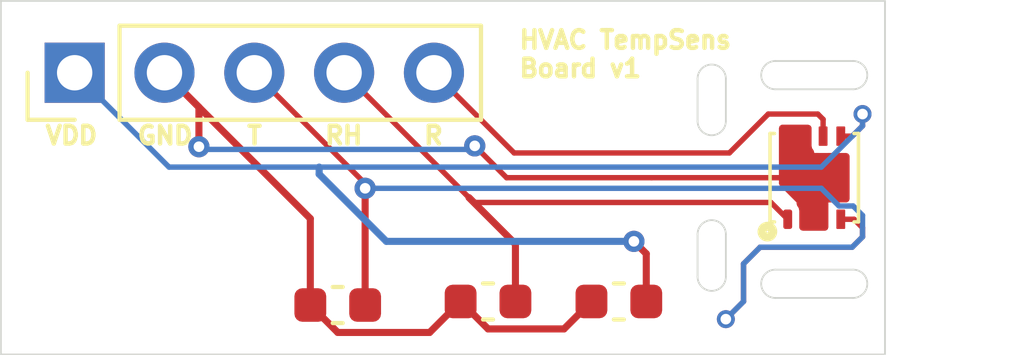
<source format=kicad_pcb>
(kicad_pcb (version 20241229) (generator "pcbnew") (generator_version "9.0")
  (layers (0 "F.Cu" signal) (2 "B.Cu" signal) (13 "F.Paste" user) (15 "B.Paste" user) (5 "F.SilkS" user "F.Silkscreen") (7 "B.SilkS" user "B.Silkscreen") (1 "F.Mask" user) (3 "B.Mask" user) (25 "Edge.Cuts" user))
  (net 0 "")
  (net 1 "GND")
  (net 2 "VDD")
  (net 3 "/Temp")
  (net 4 "/RH")
  (net 5 "/~{RESET}")
  (footprint "Connector_PinHeader_2.54mm:PinHeader_1x05_P2.54mm_Vertical" (layer "F.Cu") (at 89.586 102.032 90)
    (property "Reference" "J1" (hide yes))
    (property "Value" "Conn_01x05" (hide yes))
    (fp_line (start -1.33 -1.33) (end 0 -1.33) (stroke (width 0.12)) (layer "F.SilkS"))
    (fp_line (start -1.33 0) (end -1.33 -1.33) (stroke (width 0.12)) (layer "F.SilkS"))
    (fp_line (start 1.33 1.27) (end 1.33 11.49) (stroke (width 0.12)) (layer "F.SilkS"))
    (fp_line (start -1.33 1.27) (end 1.33 1.27) (stroke (width 0.12)) (layer "F.SilkS"))
    (fp_line (start -1.33 1.27) (end -1.33 11.49) (stroke (width 0.12)) (layer "F.SilkS"))
    (fp_line (start -1.33 11.49) (end 1.33 11.49) (stroke (width 0.12)) (layer "F.SilkS"))
    (pad "1" thru_hole rect (at 0 0 90) (size 1.7 1.7) (drill 1) (layers "*.Cu" "*.Mask") (net 2 "VDD"))
    (pad "2" thru_hole oval (at 0 2.54 90) (size 1.7 1.7) (drill 1) (layers "*.Cu" "*.Mask") (net 1 "GND"))
    (pad "3" thru_hole oval (at 0 5.08 90) (size 1.7 1.7) (drill 1) (layers "*.Cu" "*.Mask") (net 3 "/Temp"))
    (pad "4" thru_hole oval (at 0 7.62 90) (size 1.7 1.7) (drill 1) (layers "*.Cu" "*.Mask") (net 4 "/RH"))
    (pad "5" thru_hole oval (at 0 10.16 90) (size 1.7 1.7) (drill 1) (layers "*.Cu" "*.Mask") (net 5 "/~{RESET}"))
  )
  (footprint "Capacitor_SMD:C_0603_1608Metric" (layer "F.Cu") (at 97.025 108.6 180)
    (property "Reference" "C2" (hide yes))
    (property "Value" "1nF")
    (fp_line (start -0.14058 0.51) (end 0.14058 0.51) (stroke (width 0.12)) (layer "F.SilkS"))
    (fp_line (start -0.14058 -0.51) (end 0.14058 -0.51) (stroke (width 0.12)) (layer "F.SilkS"))
    (pad "1" smd roundrect (at -0.775 0 180) (size 0.9 0.95) (layers "F.Cu" "F.Mask" "F.Paste") (net 3 "/Temp"))
    (pad "2" smd roundrect (at 0.775 0 180) (size 0.9 0.95) (layers "F.Cu" "F.Mask" "F.Paste") (net 1 "GND"))
  )
  (footprint "Capacitor_SMD:C_0603_1608Metric" (layer "F.Cu") (at 104.975 108.5 180)
    (property "Reference" "C1" (hide yes))
    (property "Value" "100nF")
    (fp_line (start -0.14058 0.51) (end 0.14058 0.51) (stroke (width 0.12)) (layer "F.SilkS"))
    (fp_line (start -0.14058 -0.51) (end 0.14058 -0.51) (stroke (width 0.12)) (layer "F.SilkS"))
    (pad "1" smd roundrect (at -0.775 0 180) (size 0.9 0.95) (layers "F.Cu" "F.Mask" "F.Paste") (net 2 "VDD"))
    (pad "2" smd roundrect (at 0.775 0 180) (size 0.9 0.95) (layers "F.Cu" "F.Mask" "F.Paste") (net 1 "GND"))
  )
  (footprint "Sensor_Humidity:SHT30" (layer "F.Cu") (at 110.5 105 90)
    (property "Reference" "Sen1" (hide yes))
    (property "Value" "SHT3x-ARx")
    (fp_line (start -1.25 -1.25) (end 1.25 -1.25) (stroke (width 0.1)) (layer "F.SilkS"))
    (fp_line (start 1.25 -1.125) (end 1.25 -1.25) (stroke (width 0.1)) (layer "F.SilkS"))
    (fp_line (start -1.25 -1.125) (end -1.25 -1.25) (stroke (width 0.1)) (layer "F.SilkS"))
    (fp_line (start 1.25 1.25) (end 1.25 1.125) (stroke (width 0.1)) (layer "F.SilkS"))
    (fp_line (start -1.25 1.25) (end -1.25 1.125) (stroke (width 0.1)) (layer "F.SilkS"))
    (fp_line (start -1.25 1.25) (end 1.25 1.25) (stroke (width 0.1)) (layer "F.SilkS"))
    (fp_circle (center -1.525 -1.325) (end -1.525 -1.35) (stroke (width 0.254)) (fill no) (layer "F.SilkS"))
    (pad "1" smd roundrect (at -1.175 -0.75 180) (size 0.25 0.55) (layers "F.Cu" "F.Mask" "F.Paste") (net 4 "/RH"))
    (pad "2" smd roundrect (at -1.175 -0.25 180) (size 0.25 0.55) (layers "F.Cu" "F.Mask" "F.Paste") (roundrect_rratio 0.1) (net 1 "GND"))
    (pad "3" smd roundrect (at -1.175 0.25 180) (size 0.25 0.55) (layers "F.Cu" "F.Mask" "F.Paste") (roundrect_rratio 0.1) (net 1 "GND"))
    (pad "4" smd roundrect (at -1.175 0.75 180) (size 0.25 0.55) (layers "F.Cu" "F.Mask" "F.Paste") (roundrect_rratio 0.1) (net 3 "/Temp"))
    (pad "5" smd roundrect (at 1.175 0.75 180) (size 0.25 0.55) (layers "F.Cu" "F.Mask" "F.Paste") (roundrect_rratio 0.1) (net 2 "VDD"))
    (pad "6" smd roundrect (at 1.175 0.25) (size 0.25 0.55) (layers "F.Cu" "F.Mask" "F.Paste") (roundrect_rratio 0.1) (net 5 "/~{RESET}"))
    (pad "7" smd roundrect (at 1.175 -0.25) (size 0.25 0.55) (layers "F.Cu" "F.Mask" "F.Paste") (roundrect_rratio 0.1) (net 1 "GND"))
    (pad "8" smd roundrect (at 1.175 -0.75) (size 0.25 0.55) (layers "F.Cu" "F.Mask" "F.Paste") (roundrect_rratio 0.1) (net 1 "GND"))
    (pad "9" smd circle (at 0 0 270) (size 0.2 0.2) (layers "F.Cu" "F.Mask" "F.Paste") (net 1 "GND"))
    (pad "9" smd custom (at 0.5 0.85 90) (size 0.000001 0.000001) (layers "F.Cu" "F.Mask" "F.Paste") (net 1 "GND") (options (clearance outline) (anchor circle)) (primitives (gr_poly (pts (xy 0 0) (xy -1 0) (xy -1 -1.4) (xy -0.7 -1.7) (xy 0 -1.7)) (width 0) (fill yes))))
  )
  (footprint "Capacitor_SMD:C_0603_1608Metric" (layer "F.Cu") (at 101.275 108.5 180)
    (property "Reference" "C3" (hide yes))
    (property "Value" "1nF")
    (fp_line (start -0.14058 0.51) (end 0.14058 0.51) (stroke (width 0.12)) (layer "F.SilkS"))
    (fp_line (start -0.14058 -0.51) (end 0.14058 -0.51) (stroke (width 0.12)) (layer "F.SilkS"))
    (pad "1" smd roundrect (at -0.775 0 180) (size 0.9 0.95) (layers "F.Cu" "F.Mask" "F.Paste") (net 4 "/RH"))
    (pad "2" smd roundrect (at 0.775 0 180) (size 0.9 0.95) (layers "F.Cu" "F.Mask" "F.Paste") (net 1 "GND"))
  )
  (gr_rect (start 87.5 100) (end 112.5 110) (stroke (width 0.05)) (fill no) (layer "Edge.Cuts"))
  (gr_arc (start 107.2 102.2) (mid 107.6 101.8) (end 108 102.2) (stroke (width 0.05)) (layer "Edge.Cuts"))
  (gr_line (start 108 103.4) (end 108 102.2) (stroke (width 0.05)) (layer "Edge.Cuts"))
  (gr_arc (start 108 103.4) (mid 107.6 103.8) (end 107.2 103.4) (stroke (width 0.05)) (layer "Edge.Cuts"))
  (gr_line (start 109.4 101.7) (end 111.6 101.7) (stroke (width 0.05)) (layer "Edge.Cuts"))
  (gr_line (start 109.4 107.6) (end 111.6 107.6) (stroke (width 0.05)) (layer "Edge.Cuts"))
  (gr_arc (start 111.6 107.6) (mid 112 108) (end 111.6 108.4) (stroke (width 0.05)) (layer "Edge.Cuts"))
  (gr_arc (start 108 107.8) (mid 107.6 108.2) (end 107.2 107.8) (stroke (width 0.05)) (layer "Edge.Cuts"))
  (gr_line (start 107.2 107.8) (end 107.2 106.6) (stroke (width 0.05)) (layer "Edge.Cuts"))
  (gr_line (start 109.4 108.4) (end 111.6 108.4) (stroke (width 0.05)) (layer "Edge.Cuts"))
  (gr_arc (start 109.4 102.5) (mid 109 102.1) (end 109.4 101.7) (stroke (width 0.05)) (layer "Edge.Cuts"))
  (gr_line (start 109.4 102.5) (end 111.6 102.5) (stroke (width 0.05)) (layer "Edge.Cuts"))
  (gr_arc (start 107.2 106.6) (mid 107.6 106.2) (end 108 106.6) (stroke (width 0.05)) (layer "Edge.Cuts"))
  (gr_arc (start 111.6 101.7) (mid 112 102.1) (end 111.6 102.5) (stroke (width 0.05)) (layer "Edge.Cuts"))
  (gr_arc (start 109.4 108.4) (mid 109 108) (end 109.4 107.6) (stroke (width 0.05)) (layer "Edge.Cuts"))
  (gr_line (start 108 107.8) (end 108 106.6) (stroke (width 0.05)) (layer "Edge.Cuts"))
  (gr_line (start 107.2 103.4) (end 107.2 102.2) (stroke (width 0.05)) (layer "Edge.Cuts"))
  (gr_text "R\n" (at 99.4 104.1 0) (layer "F.SilkS") (effects (font (size 0.5 0.5) (thickness 0.125) (bold yes)) (justify left bottom)))
  (gr_text "GND" (at 91.3 104.1 0) (layer "F.SilkS") (effects (font (size 0.5 0.5) (thickness 0.125) (bold yes)) (justify left bottom)))
  (gr_text "T" (at 94.4 104.1 0) (layer "F.SilkS") (effects (font (size 0.5 0.5) (thickness 0.125) (bold yes)) (justify left bottom)))
  (gr_text "RH" (at 96.6 104.1 0) (layer "F.SilkS") (effects (font (size 0.5 0.5) (thickness 0.125) (bold yes)) (justify left bottom)))
  (gr_text "VDD" (at 88.7 104.1 0) (layer "F.SilkS") (effects (font (size 0.5 0.5) (thickness 0.125) (bold yes)) (justify left bottom)))
  (gr_text "HVAC TempSens \nBoard v1" (at 102.1 102.2 0) (layer "F.SilkS") (effects (font (size 0.5 0.5) (thickness 0.125) (bold yes)) (justify left bottom)))
  (segment (start 96.25 108.6) (end 96.25 106.156) (width 0.2) (layer "F.Cu") (net 1))
  (segment (start 101.276 109.276) (end 100.5 108.5) (width 0.2) (layer "F.Cu") (net 1))
  (segment (start 104.2 108.5) (end 103.424 109.276) (width 0.2) (layer "F.Cu") (net 1))
  (segment (start 105.9 105) (end 110.85 105) (width 0.1524) (layer "F.Cu") (net 1))
  (segment (start 100.5 108.5) (end 99.624 109.376) (width 0.2) (layer "F.Cu") (net 1))
  (segment (start 97.026 109.376) (end 96.25 108.6) (width 0.2) (layer "F.Cu") (net 1))
  (segment (start 99.624 109.376) (end 97.026 109.376) (width 0.2) (layer "F.Cu") (net 1))
  (segment (start 96.25 106.156) (end 92.126 102.032) (width 0.2) (layer "F.Cu") (net 1))
  (segment (start 105.9 105) (end 101.8 105) (width 0.1524) (layer "F.Cu") (net 1))
  (segment (start 93.1 103.006) (end 93.1 104.1238) (width 0.2) (layer "F.Cu") (net 1))
  (segment (start 92.126 102.032) (end 93.1 103.006) (width 0.2) (layer "F.Cu") (net 1))
  (segment (start 101.8 105) (end 100.9 104.1) (width 0.1524) (layer "F.Cu") (net 1))
  (segment (start 103.424 109.276) (end 101.276 109.276) (width 0.2) (layer "F.Cu") (net 1))
  (via (at 100.9 104.1) (size 0.6) (drill 0.3) (layers "F.Cu" "B.Cu") (net 1))
  (via (at 93.1 104.1238) (size 0.6) (drill 0.3) (layers "F.Cu" "B.Cu") (net 1))
  (segment (start 100.9 104.1) (end 100.8 104.2) (width 0.1524) (layer "B.Cu") (net 1))
  (segment (start 100.8 104.2) (end 93.1 104.2) (width 0.1524) (layer "B.Cu") (net 1))
  (segment (start 93.1 104.2) (end 93.1 104.1238) (width 0.1524) (layer "B.Cu") (net 1))
  (segment (start 105.75 107.15) (end 105.4 106.8) (width 0.2) (layer "F.Cu") (net 2))
  (segment (start 105.75 108.5) (end 105.75 107.15) (width 0.2) (layer "F.Cu") (net 2))
  (segment (start 111.865 103.535) (end 111.575 103.825) (width 0.1524) (layer "F.Cu") (net 2))
  (segment (start 111.575 103.825) (end 111.25 103.825) (width 0.1524) (layer "F.Cu") (net 2))
  (segment (start 111.865 103.2) (end 111.865 103.535) (width 0.1524) (layer "F.Cu") (net 2))
  (via (at 111.865 103.2) (size 0.508) (drill 0.3) (layers "F.Cu" "B.Cu") (net 2))
  (via (at 89.586 102.032) (size 0.6) (drill 0.3) (layers "F.Cu" "B.Cu") (net 2))
  (via (at 105.4 106.8) (size 0.6) (drill 0.3) (layers "F.Cu" "B.Cu") (net 2))
  (segment (start 111.865 103.535) (end 110.7 104.7) (width 0.1524) (layer "B.Cu") (net 2))
  (segment (start 105.4 106.8) (end 98.4 106.8) (width 0.2) (layer "B.Cu") (net 2))
  (segment (start 110.7 104.7) (end 96.5 104.7) (width 0.1524) (layer "B.Cu") (net 2))
  (segment (start 96.5 104.7) (end 92.254 104.7) (width 0.1524) (layer "B.Cu") (net 2))
  (segment (start 111.865 103.2) (end 111.865 103.535) (width 0.1524) (layer "B.Cu") (net 2))
  (segment (start 96.5 104.9) (end 96.5 104.7) (width 0.2) (layer "B.Cu") (net 2))
  (segment (start 92.254 104.7) (end 89.586 102.032) (width 0.1524) (layer "B.Cu") (net 2))
  (segment (start 98.4 106.8) (end 96.5 104.9) (width 0.2) (layer "B.Cu") (net 2))
  (segment (start 108 109) (end 108.5 108.5) (width 0.1524) (layer "F.Cu") (net 3))
  (segment (start 108.5 107.435) (end 108.97 106.965) (width 0.1524) (layer "F.Cu") (net 3))
  (segment (start 111.865001 106.415001) (end 111.625 106.175) (width 0.1524) (layer "F.Cu") (net 3))
  (segment (start 108.5 108.5) (end 108.5 107.435) (width 0.1524) (layer "F.Cu") (net 3))
  (segment (start 111.572969 106.965) (end 111.865001 106.672968) (width 0.1524) (layer "F.Cu") (net 3))
  (segment (start 108.97 106.965) (end 111.572969 106.965) (width 0.1524) (layer "F.Cu") (net 3))
  (segment (start 97.8 108.6) (end 97.8 105.3) (width 0.2) (layer "F.Cu") (net 3))
  (segment (start 97.8 105.3) (end 97.8 105.4) (width 0.1524) (layer "F.Cu") (net 3))
  (segment (start 111.865001 106.672968) (end 111.865001 106.415001) (width 0.1524) (layer "F.Cu") (net 3))
  (segment (start 97.8 105.3) (end 97.8 105.166) (width 0.1524) (layer "F.Cu") (net 3))
  (segment (start 97.8 105.166) (end 94.666 102.032) (width 0.1524) (layer "F.Cu") (net 3))
  (segment (start 111.625 106.175) (end 111.25 106.175) (width 0.1524) (layer "F.Cu") (net 3))
  (via (at 97.8 105.3) (size 0.6) (drill 0.3) (layers "F.Cu" "B.Cu") (net 3))
  (via (at 108 109) (size 0.508) (drill 0.3) (layers "F.Cu" "B.Cu") (net 3))
  (segment (start 111.2 105.8) (end 110.7 105.3) (width 0.1524) (layer "B.Cu") (net 3))
  (segment (start 108.5 107.435) (end 108.97 106.965) (width 0.1524) (layer "B.Cu") (net 3))
  (segment (start 110.7 105.3) (end 97.8 105.3) (width 0.1524) (layer "B.Cu") (net 3))
  (segment (start 111.865001 106.672968) (end 111.865001 106.065001) (width 0.1524) (layer "B.Cu") (net 3))
  (segment (start 111.6 105.8) (end 111.2 105.8) (width 0.1524) (layer "B.Cu") (net 3))
  (segment (start 108.97 106.965) (end 111.572969 106.965) (width 0.1524) (layer "B.Cu") (net 3))
  (segment (start 111.572969 106.965) (end 111.865001 106.672968) (width 0.1524) (layer "B.Cu") (net 3))
  (segment (start 111.865001 106.065001) (end 111.6 105.8) (width 0.1524) (layer "B.Cu") (net 3))
  (segment (start 108 109) (end 108.5 108.5) (width 0.1524) (layer "B.Cu") (net 3))
  (segment (start 108.5 108.5) (end 108.5 107.435) (width 0.1524) (layer "B.Cu") (net 3))
  (segment (start 109.275 105.7) (end 100.874 105.7) (width 0.1524) (layer "F.Cu") (net 4))
  (segment (start 102.05 108.5) (end 102.05 106.876) (width 0.2) (layer "F.Cu") (net 4))
  (segment (start 100.737 105.563) (end 97.206 102.032) (width 0.1524) (layer "F.Cu") (net 4))
  (segment (start 109.75 106.175) (end 109.275 105.7) (width 0.1524) (layer "F.Cu") (net 4))
  (segment (start 102.05 106.876) (end 100.737 105.563) (width 0.2) (layer "F.Cu") (net 4))
  (segment (start 100.874 105.7) (end 100.737 105.563) (width 0.1524) (layer "F.Cu") (net 4))
  (segment (start 110.75 103.35) (end 110.6 103.2) (width 0.1524) (layer "F.Cu") (net 5))
  (segment (start 109.2 103.2) (end 108.1 104.3) (width 0.1524) (layer "F.Cu") (net 5))
  (segment (start 110.6 103.2) (end 109.2 103.2) (width 0.1524) (layer "F.Cu") (net 5))
  (segment (start 110.75 103.825) (end 110.75 103.35) (width 0.1524) (layer "F.Cu") (net 5))
  (segment (start 102.014 104.3) (end 99.746 102.032) (width 0.1524) (layer "F.Cu") (net 5))
  (segment (start 108.1 104.3) (end 102.014 104.3) (width 0.1524) (layer "F.Cu") (net 5))
  (zone (net 1) (net_name "GND") (layer "F.Cu") (connect_pads thru_hole_only (clearance 0.2)) (min_thickness 0.2) (fill yes (thermal_gap 0.5) (thermal_bridge_width 0.5))
    (polygon (pts (xy 109.5 103.5) (xy 109.5 105.2) (xy 110 105.7) (xy 110 106.5) (xy 110.9 106.5) (xy 110.9 105.7) (xy 111.5 105.7) (xy 111.5 104.3) (xy 110.5 104.3) (xy 110.5 103.5)))
  )
)
</source>
